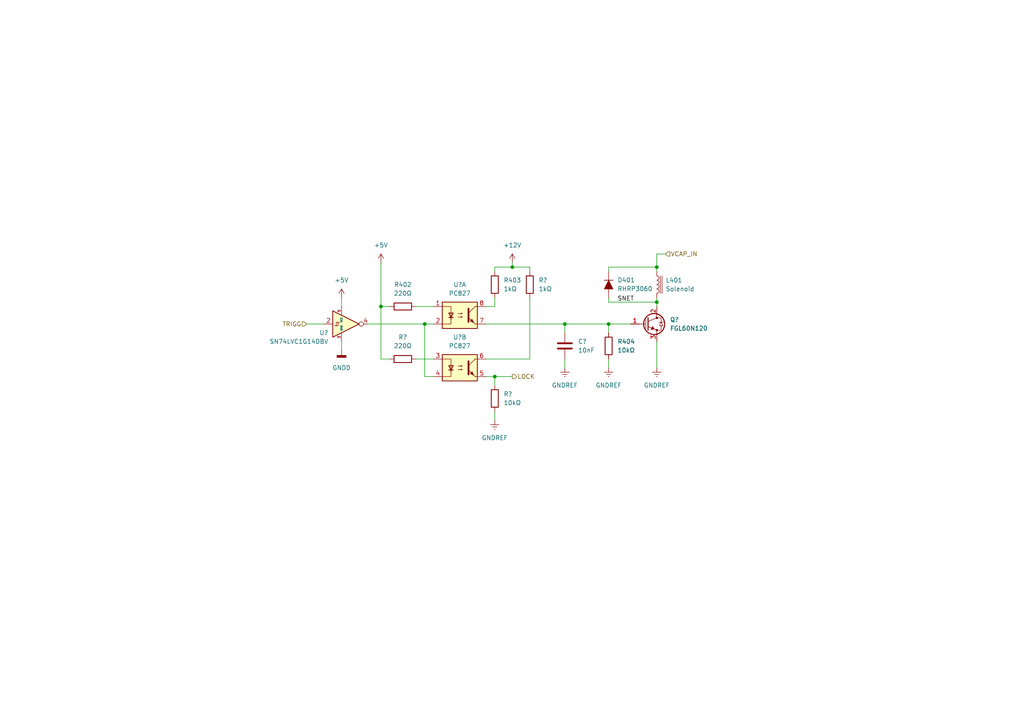
<source format=kicad_sch>
(kicad_sch (version 20211123) (generator eeschema)
  (paper "A4")
  (title_block (title "Ball Plunger Board") (date "2022-09-02") (rev "1") (company "Politeknik Negeri Ujung Pandang") (comment 1 "Engineer: Nur Wahyu Mahardika"))
  (lib_symbols
    (symbol "74xGxx:SN74LVC1G14DBV"
      (property "Reference" "U" (at -2.54 5.08 0))
      (property "Value" "SN74LVC1G14DBV" (at 10.16 5.08 0))
      (symbol "SN74LVC1G14DBV_0_1"
        (polyline (pts (xy -1.016 0.508) (xy -0.508 0.508)))
        (polyline (pts (xy -2.54 3.81) (xy -2.54 -3.81) (xy 5.08 0) (xy -2.54 3.81)) (stroke (width 0.254)) (fill (type background)))
        (polyline (pts (xy -1.524 -0.508) (xy -1.524 0.508) (xy -1.016 0.508) (xy -1.016 -0.508) (xy -2.032 -0.508)))
        (circle (center 5.715 0) (radius 0.635))
      )
      (symbol "SN74LVC1G14DBV_1_1"
        (pin no_connect line (at 5.08 0 180) (length 2.54) hide (name "NC") (number "1"))
        (pin input line (at -5.08 0 0) (length 2.54) (name "~") (number "2"))
        (pin power_in line (at 0 -5.08 90) (length 2.54) (name "GND") (number "3"))
        (pin output line (at 7.62 0 180) (length 1.27) (name "~") (number "4"))
        (pin power_in line (at 0 5.08 270) (length 2.54) (name "VCC") (number "5"))
      )
    )
    (symbol "Ball_Plunger_Lib:FGL60N120" (pin_names hide)
      (property "Reference" "Q" (at 5.08 1.27 0))
      (property "Value" "FGL60N120" (at 5.08 -1.27 0))
      (symbol "FGL60N120_0_1"
        (polyline (pts (xy 0 -1.778) (xy 0 1.778)) (stroke (width 0.3)))
        (polyline (pts (xy 2.54 -2.54) (xy 2.54 -1.778) (xy 0 -0.762)))
        (polyline (pts (xy 2.54 -1.778) (xy 3.81 -1.778) (xy 3.81 -0.508)))
        (polyline (pts (xy 2.54 1.778) (xy 3.81 1.778) (xy 3.81 0.508)))
        (polyline (pts (xy 2.54 2.54) (xy 2.54 1.778) (xy 0 0.762)))
        (polyline (pts (xy -2.54 0) (xy -0.635 0) (xy -0.635 1.27) (xy -0.635 -1.27)))
        (polyline (pts (xy 1.778 -1.4732) (xy 1.3208 -0.7112) (xy 0.8636 -1.6256) (xy 1.778 -1.4732)) (fill (type outline)))
        (polyline (pts (xy 3.81 0.508) (xy 3.302 -0.508) (xy 4.318 -0.508) (xy 3.81 0.508)))
        (polyline (pts (xy 4.4196 0.6096) (xy 4.318 0.508) (xy 3.302 0.508) (xy 3.2004 0.4064)))
        (circle (center 1.778 0) (radius 3.048) (stroke (width 0.3048)))
        (circle (center 2.54 -1.778) (radius 0.254) (fill (type outline)))
        (circle (center 2.54 1.778) (radius 0.254) (fill (type outline)))
      )
      (symbol "FGL60N120_1_1"
        (pin input line (at -5.08 0 0) (length 2.54) (name "G") (number "1"))
        (pin passive line (at 2.54 5.08 270) (length 2.54) (name "C") (number "2"))
        (pin passive line (at 2.54 -5.08 90) (length 2.54) (name "E") (number "3"))
      )
    )
    (symbol "Ball_Plunger_Lib:RHRP3060" (pin_numbers hide) (pin_names hide)
      (property "Reference" "D" (at 0 2.54 0))
      (property "Value" "RHRP3060" (at 0 -2.54 0))
      (symbol "RHRP3060_0_1"
        (polyline (pts (xy -1.27 1.27) (xy -1.27 -1.27)) (stroke (width 0.2)))
        (polyline (pts (xy 1.27 0) (xy 1.27 1.27) (xy -1.27 0) (xy 1.27 -1.27) (xy 1.27 0)) (fill (type outline)))
      )
      (symbol "RHRP3060_1_1"
        (pin passive line (at -3.81 0 0) (length 2.54) (name "Cathode") (number "1"))
        (pin passive line (at 3.81 0 180) (length 2.54) (name "Anode") (number "2"))
      )
    )
    (symbol "Device:C" (pin_numbers hide) (pin_names (offset 0.254))
      (property "Reference" "C" (at 0.635 2.54 0))
      (property "Value" "C" (at 0.635 -2.54 0))
      (symbol "C_0_1"
        (polyline (pts (xy -2.032 -0.762) (xy 2.032 -0.762)) (stroke (width 0.508)))
        (polyline (pts (xy -2.032 0.762) (xy 2.032 0.762)) (stroke (width 0.508)))
      )
      (symbol "C_1_1"
        (pin passive line (at 0 3.81 270) (length 2.794) (name "~") (number "1"))
        (pin passive line (at 0 -3.81 90) (length 2.794) (name "~") (number "2"))
      )
    )
    (symbol "Device:L_Iron" (pin_numbers hide) (pin_names (offset 1.016) hide)
      (property "Reference" "L" (at -1.27 0 90))
      (property "Value" "L_Iron" (at 2.794 0 90))
      (symbol "L_Iron_0_1"
        (arc (start 0 -2.54) (mid 0.635 -1.905) (end 0 -1.27))
        (arc (start 0 -1.27) (mid 0.635 -0.635) (end 0 0))
        (polyline (pts (xy 1.016 2.54) (xy 1.016 -2.54)))
        (polyline (pts (xy 1.524 -2.54) (xy 1.524 2.54)))
        (arc (start 0 0) (mid 0.635 0.635) (end 0 1.27))
        (arc (start 0 1.27) (mid 0.635 1.905) (end 0 2.54))
      )
      (symbol "L_Iron_1_1"
        (pin passive line (at 0 3.81 270) (length 1.27) (name "1") (number "1"))
        (pin passive line (at 0 -3.81 90) (length 1.27) (name "2") (number "2"))
      )
    )
    (symbol "Device:R" (pin_numbers hide) (pin_names (offset 0))
      (property "Reference" "R" (at 2.032 0 90))
      (property "Value" "R" (at 0 0 90))
      (symbol "R_0_1"
        (rectangle (start -1.016 -2.54) (end 1.016 2.54) (stroke (width 0.254)))
      )
      (symbol "R_1_1"
        (pin passive line (at 0 3.81 270) (length 1.27) (name "~") (number "1"))
        (pin passive line (at 0 -3.81 90) (length 1.27) (name "~") (number "2"))
      )
    )
    (symbol "Isolator:PC827" (pin_names (offset 1.016))
      (property "Reference" "U" (at -5.08 5.08 0))
      (property "Value" "PC827" (at 0 5.08 0))
      (symbol "PC827_0_1"
        (rectangle (start -5.08 3.81) (end 5.08 -3.81) (stroke (width 0.254)) (fill (type background)))
        (polyline (pts (xy -3.175 -0.635) (xy -1.905 -0.635)) (stroke (width 0.254)))
        (polyline (pts (xy 2.54 0.635) (xy 4.445 2.54)))
        (polyline (pts (xy 4.445 -2.54) (xy 2.54 -0.635)) (fill (type outline)))
        (polyline (pts (xy 4.445 -2.54) (xy 5.08 -2.54)))
        (polyline (pts (xy 4.445 2.54) (xy 5.08 2.54)))
        (polyline (pts (xy -2.54 -0.635) (xy -2.54 -2.54) (xy -5.08 -2.54)))
        (polyline (pts (xy 2.54 1.905) (xy 2.54 -1.905) (xy 2.54 -1.905)) (stroke (width 0.508)))
        (polyline (pts (xy -5.08 2.54) (xy -2.54 2.54) (xy -2.54 -1.27) (xy -2.54 0.635)))
        (polyline (pts (xy -2.54 -0.635) (xy -3.175 0.635) (xy -1.905 0.635) (xy -2.54 -0.635)) (stroke (width 0.254)))
        (polyline (pts (xy -0.508 -0.508) (xy 0.762 -0.508) (xy 0.381 -0.635) (xy 0.381 -0.381) (xy 0.762 -0.508)))
        (polyline (pts (xy -0.508 0.508) (xy 0.762 0.508) (xy 0.381 0.381) (xy 0.381 0.635) (xy 0.762 0.508)))
        (polyline (pts (xy 3.048 -1.651) (xy 3.556 -1.143) (xy 4.064 -2.159) (xy 3.048 -1.651) (xy 3.048 -1.651)) (fill (type outline)))
      )
      (symbol "PC827_1_1"
        (pin passive line (at -7.62 2.54 0) (length 2.54) (name "~") (number "1"))
        (pin passive line (at -7.62 -2.54 0) (length 2.54) (name "~") (number "2"))
        (pin passive line (at 7.62 -2.54 180) (length 2.54) (name "~") (number "7"))
        (pin passive line (at 7.62 2.54 180) (length 2.54) (name "~") (number "8"))
      )
      (symbol "PC827_2_1"
        (pin passive line (at -7.62 2.54 0) (length 2.54) (name "~") (number "3"))
        (pin passive line (at -7.62 -2.54 0) (length 2.54) (name "~") (number "4"))
        (pin passive line (at 7.62 -2.54 180) (length 2.54) (name "~") (number "5"))
        (pin passive line (at 7.62 2.54 180) (length 2.54) (name "~") (number "6"))
      )
    )
    (symbol "power:+12V" (power) (pin_names (offset 0))
      (property "Value" "+12V" (at 0 3.556 0))
      (symbol "+12V_0_1"
        (polyline (pts (xy -0.762 1.27) (xy 0 2.54)))
        (polyline (pts (xy 0 0) (xy 0 2.54)))
        (polyline (pts (xy 0 2.54) (xy 0.762 1.27)))
      )
      (symbol "+12V_1_1"
        (pin power_in line (at 0 0 90) (length 0) hide (name "+12V") (number "1"))
      )
    )
    (symbol "power:+5V" (power) (pin_names (offset 0))
      (property "Value" "+5V" (at 0 3.556 0))
      (symbol "+5V_0_1"
        (polyline (pts (xy -0.762 1.27) (xy 0 2.54)))
        (polyline (pts (xy 0 0) (xy 0 2.54)))
        (polyline (pts (xy 0 2.54) (xy 0.762 1.27)))
      )
      (symbol "+5V_1_1"
        (pin power_in line (at 0 0 90) (length 0) hide (name "+5V") (number "1"))
      )
    )
    (symbol "power:GNDD" (power) (pin_names (offset 0))
      (property "Value" "GNDD" (at 0 -3.175 0))
      (symbol "GNDD_0_1"
        (rectangle (start -1.27 -1.524) (end 1.27 -2.032) (stroke (width 0.254)) (fill (type outline)))
        (polyline (pts (xy 0 0) (xy 0 -1.524)))
      )
      (symbol "GNDD_1_1"
        (pin power_in line (at 0 0 270) (length 0) hide (name "GNDD") (number "1"))
      )
    )
    (symbol "power:GNDREF" (power) (pin_names (offset 0))
      (property "Value" "GNDREF" (at 0 -3.81 0))
      (symbol "GNDREF_0_1"
        (polyline (pts (xy -0.635 -1.905) (xy 0.635 -1.905)))
        (polyline (pts (xy -0.127 -2.54) (xy 0.127 -2.54)))
        (polyline (pts (xy 0 -1.27) (xy 0 0)))
        (polyline (pts (xy 1.27 -1.27) (xy -1.27 -1.27)))
      )
      (symbol "GNDREF_1_1"
        (pin power_in line (at 0 0 270) (length 0) hide (name "GNDREF") (number "1"))
      )
    )
  )
  (junction (at 190.5 87.63))
  (junction (at 110.49 88.9))
  (junction (at 190.5 77.47))
  (junction (at 143.51 109.22))
  (junction (at 123.19 93.98))
  (junction (at 148.59 77.47))
  (junction (at 176.53 93.98))
  (junction (at 163.83 93.98))
  (wire (pts (xy 99.06 86.36) (xy 99.06 88.9)))
  (wire (pts (xy 143.51 109.22) (xy 143.51 111.76)))
  (wire (pts (xy 190.5 87.63) (xy 190.5 88.9)))
  (wire (pts (xy 143.51 109.22) (xy 148.59 109.22)))
  (wire (pts (xy 193.04 73.66) (xy 190.5 73.66)))
  (wire (pts (xy 110.49 88.9) (xy 113.03 88.9)))
  (wire (pts (xy 106.68 93.98) (xy 123.19 93.98)))
  (wire (pts (xy 153.67 104.14) (xy 140.97 104.14)))
  (wire (pts (xy 190.5 73.66) (xy 190.5 77.47)))
  (wire (pts (xy 190.5 86.36) (xy 190.5 87.63)))
  (wire (pts (xy 123.19 109.22) (xy 123.19 93.98)))
  (wire (pts (xy 143.51 119.38) (xy 143.51 121.92)))
  (wire (pts (xy 163.83 93.98) (xy 163.83 96.52)))
  (wire (pts (xy 190.5 77.47) (xy 190.5 78.74)))
  (wire (pts (xy 176.53 93.98) (xy 176.53 96.52)))
  (wire (pts (xy 140.97 93.98) (xy 163.83 93.98)))
  (wire (pts (xy 140.97 88.9) (xy 143.51 88.9)))
  (wire (pts (xy 143.51 77.47) (xy 143.51 78.74)))
  (wire (pts (xy 99.06 99.06) (xy 99.06 101.6)))
  (wire (pts (xy 176.53 87.63) (xy 190.5 87.63)))
  (wire (pts (xy 110.49 104.14) (xy 113.03 104.14)))
  (wire (pts (xy 148.59 76.2) (xy 148.59 77.47)))
  (wire (pts (xy 123.19 93.98) (xy 125.73 93.98)))
  (wire (pts (xy 163.83 104.14) (xy 163.83 106.68)))
  (wire (pts (xy 120.65 88.9) (xy 125.73 88.9)))
  (wire (pts (xy 190.5 99.06) (xy 190.5 106.68)))
  (wire (pts (xy 176.53 93.98) (xy 182.88 93.98)))
  (wire (pts (xy 153.67 86.36) (xy 153.67 104.14)))
  (wire (pts (xy 140.97 109.22) (xy 143.51 109.22)))
  (wire (pts (xy 163.83 93.98) (xy 176.53 93.98)))
  (wire (pts (xy 153.67 77.47) (xy 148.59 77.47)))
  (wire (pts (xy 148.59 77.47) (xy 143.51 77.47)))
  (wire (pts (xy 110.49 88.9) (xy 110.49 104.14)))
  (wire (pts (xy 125.73 109.22) (xy 123.19 109.22)))
  (wire (pts (xy 88.9 93.98) (xy 93.98 93.98)))
  (wire (pts (xy 143.51 88.9) (xy 143.51 86.36)))
  (wire (pts (xy 120.65 104.14) (xy 125.73 104.14)))
  (wire (pts (xy 176.53 104.14) (xy 176.53 106.68)))
  (wire (pts (xy 110.49 76.2) (xy 110.49 88.9)))
  (wire (pts (xy 153.67 78.74) (xy 153.67 77.47)))
  (wire (pts (xy 176.53 77.47) (xy 190.5 77.47)))
  (wire (pts (xy 176.53 86.36) (xy 176.53 87.63)))
  (wire (pts (xy 176.53 78.74) (xy 176.53 77.47)))
  (label "SNET" (at 179.07 87.63 0))
  (hierarchical_label "LOCK" (shape output) (at 148.59 109.22 0))
  (hierarchical_label "VCAP_IN" (shape input) (at 193.04 73.66 0))
  (hierarchical_label "TRIGG" (shape input) (at 88.9 93.98 180))
  (symbol (lib_id "74xGxx:SN74LVC1G14DBV") (at 99.06 93.98 0) (unit 1)
    (property "Reference" "U?" (at 95.25 96.52 0) (effects (justify right)))
    (property "Value" "SN74LVC1G14DBV" (at 95.25 99.06 0) (effects (justify right)))
    (property "Footprint" "Package_TO_SOT_SMD:SOT-23-5" (effects hide))
    (property "Datasheet" "http://www.ti.com/lit/ds/symlink/sn74lvc1g14.pdf" (effects hide))
  )
  (symbol (lib_id "Device:R") (at 116.84 104.14 90) (unit 1)
    (property "Reference" "R?" (at 116.84 97.79 90))
    (property "Value" "220Ω" (at 116.84 100.33 90))
    (property "Footprint" "Resistor_SMD:R_1206_3216Metric_Pad1.30x1.75mm_HandSolder" (effects hide))
  )
  (symbol (lib_id "Device:L_Iron") (at 190.5 82.55 0) (unit 1)
    (property "Reference" "L401" (at 193.04 81.2799 0) (effects (justify left)))
    (property "Value" "Solenoid" (at 193.04 83.8199 0) (effects (justify left)))
    (property "Footprint" "TerminalBlock_Phoenix:TerminalBlock_Phoenix_MKDS-1,5-2_1x02_P5.00mm_Horizontal" (effects hide))
  )
  (symbol (lib_id "power:GNDREF") (at 176.53 106.68 0) (unit 1)
    (property "Reference" "#PWR0405" (effects hide))
    (property "Value" "GNDREF" (at 176.53 111.76 0))
  )
  (symbol (lib_id "Ball_Plunger_Lib:RHRP3060") (at 176.53 82.55 270) (unit 1)
    (property "Reference" "D401" (at 179.07 81.2299 90) (effects (justify left)))
    (property "Value" "RHRP3060" (at 179.07 83.7699 90) (effects (justify left)))
    (property "Footprint" "Package_TO_SOT_THT:TO-220-2_Vertical" (effects hide))
    (property "Datasheet" "https://www.onsemi.com/pdf/datasheet/rhrp3060-d.pdf" (effects hide))
  )
  (symbol (lib_id "Device:C") (at 163.83 100.33 0) (unit 1)
    (property "Reference" "C?" (at 167.64 99.0599 0) (effects (justify left)))
    (property "Value" "10nF" (at 167.64 101.5999 0) (effects (justify left)))
  )
  (symbol (lib_id "power:GNDREF") (at 163.83 106.68 0) (unit 1)
    (property "Reference" "#PWR?" (effects hide))
    (property "Value" "GNDREF" (at 163.83 111.76 0))
  )
  (symbol (lib_id "power:+12V") (at 148.59 76.2 0) (unit 1)
    (property "Reference" "#PWR0404" (effects hide))
    (property "Value" "+12V" (at 148.59 71.12 0))
  )
  (symbol (lib_id "Device:R") (at 176.53 100.33 0) (unit 1)
    (property "Reference" "R404" (at 179.07 99.0599 0) (effects (justify left)))
    (property "Value" "10kΩ" (at 179.07 101.5999 0) (effects (justify left)))
    (property "Footprint" "Resistor_SMD:R_1206_3216Metric_Pad1.30x1.75mm_HandSolder" (effects hide))
  )
  (symbol (lib_id "Device:R") (at 143.51 115.57 0) (unit 1)
    (property "Reference" "R?" (at 146.05 114.2999 0) (effects (justify left)))
    (property "Value" "10kΩ" (at 146.05 116.8399 0) (effects (justify left)))
    (property "Footprint" "Resistor_SMD:R_1206_3216Metric_Pad1.30x1.75mm_HandSolder" (effects hide))
  )
  (symbol (lib_id "power:+5V") (at 99.06 86.36 0) (unit 1)
    (property "Reference" "#PWR0403" (effects hide))
    (property "Value" "+5V" (at 99.06 81.28 0))
  )
  (symbol (lib_id "Device:R") (at 143.51 82.55 0) (unit 1)
    (property "Reference" "R403" (at 146.05 81.2799 0) (effects (justify left)))
    (property "Value" "1kΩ" (at 146.05 83.8199 0) (effects (justify left)))
    (property "Footprint" "Resistor_SMD:R_1206_3216Metric_Pad1.30x1.75mm_HandSolder" (effects hide))
  )
  (symbol (lib_id "power:GNDREF") (at 143.51 121.92 0) (unit 1)
    (property "Reference" "#PWR?" (effects hide))
    (property "Value" "GNDREF" (at 143.51 127 0))
  )
  (symbol (lib_id "power:+5V") (at 110.49 76.2 0) (unit 1)
    (property "Reference" "#PWR0402" (effects hide))
    (property "Value" "+5V" (at 110.49 71.12 0))
  )
  (symbol (lib_id "Isolator:PC827") (at 133.35 91.44 0) (unit 1)
    (property "Reference" "U?" (at 133.35 82.55 0))
    (property "Value" "PC827" (at 133.35 85.09 0))
    (property "Footprint" "Package_DIP:DIP-8_W7.62mm" (effects hide))
    (property "Datasheet" "http://optoelectronics.liteon.com/upload/download/DS-70-96-0016/LTV-8X7%20series.PDF" (effects hide))
  )
  (symbol (lib_id "power:GNDREF") (at 190.5 106.68 0) (unit 1)
    (property "Reference" "#PWR0406" (effects hide))
    (property "Value" "GNDREF" (at 190.5 111.76 0))
  )
  (symbol (lib_id "Ball_Plunger_Lib:FGL60N120") (at 187.96 93.98 0) (unit 1)
    (property "Reference" "Q?" (at 194.31 92.7099 0) (effects (justify left)))
    (property "Value" "FGL60N120" (at 194.31 95.2499 0) (effects (justify left)))
    (property "Footprint" "Package_TO_SOT_THT:TO-264-3_Horizontal_TabDown" (effects hide))
    (property "Datasheet" "https://datasheetspdf.com/pdf-file/575228/FairchildSemiconductor/FGL40N120AND/1" (effects hide))
  )
  (symbol (lib_id "power:GNDD") (at 99.06 101.6 0) (unit 1)
    (property "Reference" "#PWR0401" (effects hide))
    (property "Value" "GNDD" (at 99.06 106.68 0))
  )
  (symbol (lib_id "Isolator:PC827") (at 133.35 106.68 0) (unit 2)
    (property "Reference" "U?" (at 133.35 97.79 0))
    (property "Value" "PC827" (at 133.35 100.33 0))
    (property "Footprint" "Package_DIP:DIP-8_W7.62mm" (effects hide))
    (property "Datasheet" "http://optoelectronics.liteon.com/upload/download/DS-70-96-0016/LTV-8X7%20series.PDF" (effects hide))
  )
  (symbol (lib_id "Device:R") (at 116.84 88.9 90) (unit 1)
    (property "Reference" "R402" (at 116.84 82.55 90))
    (property "Value" "220Ω" (at 116.84 85.09 90))
    (property "Footprint" "Resistor_SMD:R_1206_3216Metric_Pad1.30x1.75mm_HandSolder" (effects hide))
  )
  (symbol (lib_id "Device:R") (at 153.67 82.55 0) (unit 1)
    (property "Reference" "R?" (at 156.21 81.2799 0) (effects (justify left)))
    (property "Value" "1kΩ" (at 156.21 83.8199 0) (effects (justify left)))
    (property "Footprint" "Resistor_SMD:R_1206_3216Metric_Pad1.30x1.75mm_HandSolder" (effects hide))
  )
)
</source>
